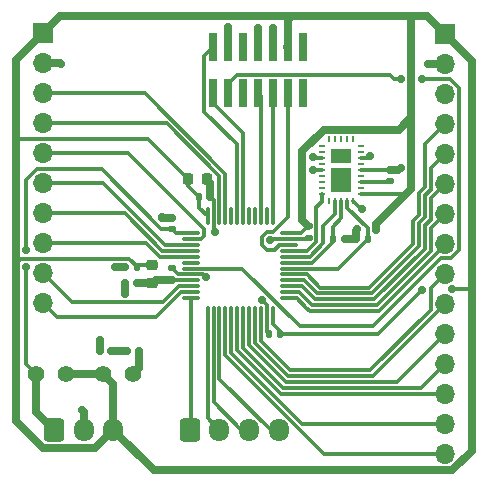
<source format=gbr>
%TF.GenerationSoftware,KiCad,Pcbnew,8.0.8*%
%TF.CreationDate,2025-02-15T23:34:00-05:00*%
%TF.ProjectId,SensorModuleBreakout,53656e73-6f72-44d6-9f64-756c65427265,rev?*%
%TF.SameCoordinates,Original*%
%TF.FileFunction,Copper,L1,Top*%
%TF.FilePolarity,Positive*%
%FSLAX46Y46*%
G04 Gerber Fmt 4.6, Leading zero omitted, Abs format (unit mm)*
G04 Created by KiCad (PCBNEW 8.0.8) date 2025-02-15 23:34:00*
%MOMM*%
%LPD*%
G01*
G04 APERTURE LIST*
G04 Aperture macros list*
%AMRoundRect*
0 Rectangle with rounded corners*
0 $1 Rounding radius*
0 $2 $3 $4 $5 $6 $7 $8 $9 X,Y pos of 4 corners*
0 Add a 4 corners polygon primitive as box body*
4,1,4,$2,$3,$4,$5,$6,$7,$8,$9,$2,$3,0*
0 Add four circle primitives for the rounded corners*
1,1,$1+$1,$2,$3*
1,1,$1+$1,$4,$5*
1,1,$1+$1,$6,$7*
1,1,$1+$1,$8,$9*
0 Add four rect primitives between the rounded corners*
20,1,$1+$1,$2,$3,$4,$5,0*
20,1,$1+$1,$4,$5,$6,$7,0*
20,1,$1+$1,$6,$7,$8,$9,0*
20,1,$1+$1,$8,$9,$2,$3,0*%
G04 Aperture macros list end*
%TA.AperFunction,ComponentPad*%
%ADD10R,1.700000X1.700000*%
%TD*%
%TA.AperFunction,ComponentPad*%
%ADD11O,1.700000X1.700000*%
%TD*%
%TA.AperFunction,SMDPad,CuDef*%
%ADD12RoundRect,0.075000X-0.662500X-0.075000X0.662500X-0.075000X0.662500X0.075000X-0.662500X0.075000X0*%
%TD*%
%TA.AperFunction,SMDPad,CuDef*%
%ADD13RoundRect,0.075000X-0.075000X-0.662500X0.075000X-0.662500X0.075000X0.662500X-0.075000X0.662500X0*%
%TD*%
%TA.AperFunction,SMDPad,CuDef*%
%ADD14RoundRect,0.147500X-0.147500X-0.172500X0.147500X-0.172500X0.147500X0.172500X-0.147500X0.172500X0*%
%TD*%
%TA.AperFunction,SMDPad,CuDef*%
%ADD15RoundRect,0.140000X-0.140000X-0.170000X0.140000X-0.170000X0.140000X0.170000X-0.140000X0.170000X0*%
%TD*%
%TA.AperFunction,SMDPad,CuDef*%
%ADD16RoundRect,0.140000X-0.170000X0.140000X-0.170000X-0.140000X0.170000X-0.140000X0.170000X0.140000X0*%
%TD*%
%TA.AperFunction,SMDPad,CuDef*%
%ADD17R,0.500000X0.200000*%
%TD*%
%TA.AperFunction,SMDPad,CuDef*%
%ADD18R,0.200000X0.500000*%
%TD*%
%TA.AperFunction,SMDPad,CuDef*%
%ADD19R,1.690000X2.050000*%
%TD*%
%TA.AperFunction,SMDPad,CuDef*%
%ADD20R,1.690000X1.190000*%
%TD*%
%TA.AperFunction,SMDPad,CuDef*%
%ADD21RoundRect,0.140000X0.170000X-0.140000X0.170000X0.140000X-0.170000X0.140000X-0.170000X-0.140000X0*%
%TD*%
%TA.AperFunction,SMDPad,CuDef*%
%ADD22RoundRect,0.218750X0.256250X-0.218750X0.256250X0.218750X-0.256250X0.218750X-0.256250X-0.218750X0*%
%TD*%
%TA.AperFunction,SMDPad,CuDef*%
%ADD23RoundRect,0.135000X-0.135000X-0.185000X0.135000X-0.185000X0.135000X0.185000X-0.135000X0.185000X0*%
%TD*%
%TA.AperFunction,SMDPad,CuDef*%
%ADD24RoundRect,0.140000X0.140000X0.170000X-0.140000X0.170000X-0.140000X-0.170000X0.140000X-0.170000X0*%
%TD*%
%TA.AperFunction,ComponentPad*%
%ADD25RoundRect,0.250000X-0.600000X-0.725000X0.600000X-0.725000X0.600000X0.725000X-0.600000X0.725000X0*%
%TD*%
%TA.AperFunction,ComponentPad*%
%ADD26O,1.700000X1.950000*%
%TD*%
%TA.AperFunction,SMDPad,CuDef*%
%ADD27RoundRect,0.225000X-0.225000X-0.250000X0.225000X-0.250000X0.225000X0.250000X-0.225000X0.250000X0*%
%TD*%
%TA.AperFunction,ComponentPad*%
%ADD28C,1.400000*%
%TD*%
%TA.AperFunction,SMDPad,CuDef*%
%ADD29RoundRect,0.135000X0.135000X0.185000X-0.135000X0.185000X-0.135000X-0.185000X0.135000X-0.185000X0*%
%TD*%
%TA.AperFunction,SMDPad,CuDef*%
%ADD30R,0.740000X2.400000*%
%TD*%
%TA.AperFunction,ViaPad*%
%ADD31C,0.700000*%
%TD*%
%TA.AperFunction,Conductor*%
%ADD32C,0.300000*%
%TD*%
%TA.AperFunction,Conductor*%
%ADD33C,0.700000*%
%TD*%
G04 APERTURE END LIST*
D10*
%TO.P,J5,1,Pin_1*%
%TO.N,+3V3*%
X120850000Y-63710000D03*
D11*
%TO.P,J5,2,Pin_2*%
%TO.N,GND*%
X120850000Y-66250000D03*
%TO.P,J5,3,Pin_3*%
%TO.N,unconnected-(J5-Pin_3-Pad3)*%
X120850000Y-68790000D03*
%TO.P,J5,4,Pin_4*%
%TO.N,PA8*%
X120850000Y-71330000D03*
%TO.P,J5,5,Pin_5*%
%TO.N,PB15*%
X120850000Y-73870000D03*
%TO.P,J5,6,Pin_6*%
%TO.N,PB14*%
X120850000Y-76410000D03*
%TO.P,J5,7,Pin_7*%
%TO.N,PB13*%
X120850000Y-78950000D03*
%TO.P,J5,8,Pin_8*%
%TO.N,PB12*%
X120850000Y-81490000D03*
%TO.P,J5,9,Pin_9*%
%TO.N,PB11*%
X120850000Y-84030000D03*
%TO.P,J5,10,Pin_10*%
%TO.N,PB10*%
X120850000Y-86570000D03*
%TO.P,J5,11,Pin_11*%
%TO.N,PB2*%
X120850000Y-89110000D03*
%TO.P,J5,12,Pin_12*%
%TO.N,PB1*%
X120850000Y-91650000D03*
%TO.P,J5,13,Pin_13*%
%TO.N,PB0*%
X120850000Y-94190000D03*
%TO.P,J5,14,Pin_14*%
%TO.N,PA7*%
X120850000Y-96730000D03*
%TO.P,J5,15,Pin_15*%
%TO.N,PA6*%
X120850000Y-99270000D03*
%TD*%
D12*
%TO.P,U1,1,VBAT*%
%TO.N,VBAT*%
X99337500Y-80590000D03*
%TO.P,U1,2,PC13*%
%TO.N,PC13*%
X99337500Y-81090000D03*
%TO.P,U1,3,PC14*%
%TO.N,PC14*%
X99337500Y-81590000D03*
%TO.P,U1,4,PC15*%
%TO.N,PC15*%
X99337500Y-82090000D03*
%TO.P,U1,5,PF0*%
%TO.N,PF0*%
X99337500Y-82590000D03*
%TO.P,U1,6,PF1*%
%TO.N,unconnected-(U1-PF1-Pad6)*%
X99337500Y-83090000D03*
%TO.P,U1,7,PF2*%
%TO.N,NRST*%
X99337500Y-83590000D03*
%TO.P,U1,8,VSSA*%
%TO.N,GND*%
X99337500Y-84090000D03*
%TO.P,U1,9,VDDA*%
%TO.N,+3V3A*%
X99337500Y-84590000D03*
%TO.P,U1,10,PA0*%
%TO.N,PA0*%
X99337500Y-85090000D03*
%TO.P,U1,11,PA1*%
%TO.N,PA1*%
X99337500Y-85590000D03*
%TO.P,U1,12,PA2*%
%TO.N,TX*%
X99337500Y-86090000D03*
D13*
%TO.P,U1,13,PA3*%
%TO.N,RX*%
X100750000Y-87502500D03*
%TO.P,U1,14,PA4*%
%TO.N,WKE*%
X101250000Y-87502500D03*
%TO.P,U1,15,PA5*%
%TO.N,RDY*%
X101750000Y-87502500D03*
%TO.P,U1,16,PA6*%
%TO.N,PA6*%
X102250000Y-87502500D03*
%TO.P,U1,17,PA7*%
%TO.N,PA7*%
X102750000Y-87502500D03*
%TO.P,U1,18,PB0*%
%TO.N,PB0*%
X103250000Y-87502500D03*
%TO.P,U1,19,PB1*%
%TO.N,PB1*%
X103750000Y-87502500D03*
%TO.P,U1,20,PB2*%
%TO.N,PB2*%
X104250000Y-87502500D03*
%TO.P,U1,21,PB10*%
%TO.N,PB10*%
X104750000Y-87502500D03*
%TO.P,U1,22,PB11*%
%TO.N,PB11*%
X105250000Y-87502500D03*
%TO.P,U1,23,VSS*%
%TO.N,GND*%
X105750000Y-87502500D03*
%TO.P,U1,24,VDD*%
%TO.N,+3V3*%
X106250000Y-87502500D03*
D12*
%TO.P,U1,25,PB12*%
%TO.N,PB12*%
X107662500Y-86090000D03*
%TO.P,U1,26,PB13*%
%TO.N,PB13*%
X107662500Y-85590000D03*
%TO.P,U1,27,PB14*%
%TO.N,PB14*%
X107662500Y-85090000D03*
%TO.P,U1,28,PB15*%
%TO.N,PB15*%
X107662500Y-84590000D03*
%TO.P,U1,29,PA8*%
%TO.N,PA8*%
X107662500Y-84090000D03*
%TO.P,U1,30,PA9*%
%TO.N,SCL*%
X107662500Y-83590000D03*
%TO.P,U1,31,PA10*%
%TO.N,SDA*%
X107662500Y-83090000D03*
%TO.P,U1,32,PA11*%
%TO.N,INT*%
X107662500Y-82590000D03*
%TO.P,U1,33,PA12*%
%TO.N,CS*%
X107662500Y-82090000D03*
%TO.P,U1,34,PA13*%
%TO.N,JTMS{slash}SWDIO*%
X107662500Y-81590000D03*
%TO.P,U1,35,VSS*%
%TO.N,GND*%
X107662500Y-81090000D03*
%TO.P,U1,36,VDD*%
%TO.N,+3V3*%
X107662500Y-80590000D03*
D13*
%TO.P,U1,37,PA14*%
%TO.N,JTCK_SWCLK*%
X106250000Y-79177500D03*
%TO.P,U1,38,PA15*%
%TO.N,unconnected-(U1-PA15-Pad38)*%
X105750000Y-79177500D03*
%TO.P,U1,39,PB3*%
%TO.N,JTDO{slash}SWO*%
X105250000Y-79177500D03*
%TO.P,U1,40,PB4*%
%TO.N,unconnected-(U1-PB4-Pad40)*%
X104750000Y-79177500D03*
%TO.P,U1,41,PB5*%
%TO.N,unconnected-(U1-PB5-Pad41)*%
X104250000Y-79177500D03*
%TO.P,U1,42,PB6*%
%TO.N,VCP_TX*%
X103750000Y-79177500D03*
%TO.P,U1,43,PB7*%
%TO.N,VCP_RX*%
X103250000Y-79177500D03*
%TO.P,U1,44,PF3*%
%TO.N,unconnected-(U1-PF3-Pad44)*%
X102750000Y-79177500D03*
%TO.P,U1,45,PB8*%
%TO.N,PB8*%
X102250000Y-79177500D03*
%TO.P,U1,46,PB9*%
%TO.N,PB9*%
X101750000Y-79177500D03*
%TO.P,U1,47,VSS*%
%TO.N,GND*%
X101250000Y-79177500D03*
%TO.P,U1,48,VDD*%
%TO.N,+3V3*%
X100750000Y-79177500D03*
%TD*%
D14*
%TO.P,D1,1,K*%
%TO.N,GND*%
X91632500Y-90550000D03*
%TO.P,D1,2,A*%
%TO.N,Net-(D1-A)*%
X92602500Y-90550000D03*
%TD*%
D15*
%TO.P,C2,1*%
%TO.N,+3V3*%
X100020000Y-77500000D03*
%TO.P,C2,2*%
%TO.N,GND*%
X100980000Y-77500000D03*
%TD*%
D16*
%TO.P,C3,1*%
%TO.N,+3V3*%
X109300000Y-80020000D03*
%TO.P,C3,2*%
%TO.N,GND*%
X109300000Y-80980000D03*
%TD*%
D17*
%TO.P,S1,1,VSUPPLY*%
%TO.N,+3V3*%
X113700000Y-77250000D03*
%TO.P,S1,2,NC_1*%
%TO.N,unconnected-(S1-NC_1-Pad2)*%
X113700000Y-76750000D03*
%TO.P,S1,3,CAP*%
%TO.N,Net-(S1-CAP)*%
X113700000Y-76250000D03*
%TO.P,S1,4,NC_2*%
%TO.N,unconnected-(S1-NC_2-Pad4)*%
X113700000Y-75750000D03*
%TO.P,S1,5,GND_1*%
%TO.N,GND*%
X113700000Y-75250000D03*
%TO.P,S1,6,NC_3*%
%TO.N,unconnected-(S1-NC_3-Pad6)*%
X113700000Y-74750000D03*
%TO.P,S1,7,GND_2*%
%TO.N,GND*%
X113700000Y-74250000D03*
%TO.P,S1,8,NC_4*%
%TO.N,unconnected-(S1-NC_4-Pad8)*%
X113700000Y-73750000D03*
%TO.P,S1,9,NC_5*%
%TO.N,unconnected-(S1-NC_5-Pad9)*%
X113700000Y-73250000D03*
D18*
%TO.P,S1,10,NC_6*%
%TO.N,unconnected-(S1-NC_6-Pad10)*%
X113055000Y-72625000D03*
%TO.P,S1,11,NC_7*%
%TO.N,unconnected-(S1-NC_7-Pad11)*%
X112555000Y-72625000D03*
%TO.P,S1,12,NC_8*%
%TO.N,unconnected-(S1-NC_8-Pad12)*%
X112055000Y-72625000D03*
%TO.P,S1,13,NC_9*%
%TO.N,unconnected-(S1-NC_9-Pad13)*%
X111555000Y-72625000D03*
%TO.P,S1,14,NC_10*%
%TO.N,unconnected-(S1-NC_10-Pad14)*%
X111055000Y-72625000D03*
D17*
%TO.P,S1,15,NC_11*%
%TO.N,unconnected-(S1-NC_11-Pad15)*%
X110410000Y-73250000D03*
%TO.P,S1,16,NC_12*%
%TO.N,unconnected-(S1-NC_12-Pad16)*%
X110410000Y-73750000D03*
%TO.P,S1,17,GND_3*%
%TO.N,GND*%
X110410000Y-74250000D03*
%TO.P,S1,18,NC_13*%
%TO.N,unconnected-(S1-NC_13-Pad18)*%
X110410000Y-74750000D03*
%TO.P,S1,19,GND_4*%
%TO.N,GND*%
X110410000Y-75250000D03*
%TO.P,S1,20,NC_14*%
%TO.N,unconnected-(S1-NC_14-Pad20)*%
X110410000Y-75750000D03*
%TO.P,S1,21,CLK*%
%TO.N,unconnected-(S1-CLK-Pad21)*%
X110410000Y-76250000D03*
%TO.P,S1,22,NC_15*%
%TO.N,unconnected-(S1-NC_15-Pad22)*%
X110410000Y-76750000D03*
%TO.P,S1,23,CS*%
%TO.N,CS*%
X110410000Y-77250000D03*
D18*
%TO.P,S1,24,SYNC*%
%TO.N,unconnected-(S1-SYNC-Pad24)*%
X111055000Y-77875000D03*
%TO.P,S1,25,INT*%
%TO.N,INT*%
X111555000Y-77875000D03*
%TO.P,S1,26,SDA*%
%TO.N,SDA*%
X112055000Y-77875000D03*
%TO.P,S1,27,SCL*%
%TO.N,SCL*%
X112555000Y-77875000D03*
%TO.P,S1,28,GND_5*%
%TO.N,GND*%
X113055000Y-77875000D03*
D19*
%TO.P,S1,29,GND_6*%
X112055000Y-76050000D03*
D20*
%TO.P,S1,30,GND_7*%
X112055000Y-74020000D03*
%TD*%
D21*
%TO.P,C5,1*%
%TO.N,+3V3A*%
X97700000Y-84530000D03*
%TO.P,C5,2*%
%TO.N,GND*%
X97700000Y-83570000D03*
%TD*%
D22*
%TO.P,FB1,1*%
%TO.N,+3V3A*%
X96050000Y-84837500D03*
%TO.P,FB1,2*%
%TO.N,+3V3*%
X96050000Y-83262500D03*
%TD*%
D23*
%TO.P,R3,1*%
%TO.N,Net-(D1-A)*%
X93940000Y-90600000D03*
%TO.P,R3,2*%
%TO.N,Net-(JP1-A)*%
X94960000Y-90600000D03*
%TD*%
D24*
%TO.P,C7,1*%
%TO.N,+3V3*%
X94730000Y-83450000D03*
%TO.P,C7,2*%
%TO.N,GND*%
X93770000Y-83450000D03*
%TD*%
D25*
%TO.P,J3,1,Pin_1*%
%TO.N,VBAT*%
X87750000Y-97250000D03*
D26*
%TO.P,J3,2,Pin_2*%
%TO.N,GND*%
X90250000Y-97250000D03*
%TO.P,J3,3,Pin_3*%
%TO.N,+3V3*%
X92750000Y-97250000D03*
%TD*%
D10*
%TO.P,J4,1,Pin_1*%
%TO.N,+3V3*%
X86800000Y-63675000D03*
D11*
%TO.P,J4,2,Pin_2*%
%TO.N,GND*%
X86800000Y-66215000D03*
%TO.P,J4,3,Pin_3*%
%TO.N,PB8*%
X86800000Y-68755000D03*
%TO.P,J4,4,Pin_4*%
%TO.N,PB9*%
X86800000Y-71295000D03*
%TO.P,J4,5,Pin_5*%
%TO.N,PC13*%
X86800000Y-73835000D03*
%TO.P,J4,6,Pin_6*%
%TO.N,PC14*%
X86800000Y-76375000D03*
%TO.P,J4,7,Pin_7*%
%TO.N,PC15*%
X86800000Y-78915000D03*
%TO.P,J4,8,Pin_8*%
%TO.N,PF0*%
X86800000Y-81455000D03*
%TO.P,J4,9,Pin_9*%
%TO.N,PA0*%
X86800000Y-83995000D03*
%TO.P,J4,10,Pin_10*%
%TO.N,PA1*%
X86800000Y-86535000D03*
%TD*%
D21*
%TO.P,C11,1*%
%TO.N,Net-(S1-CAP)*%
X116205000Y-76205000D03*
%TO.P,C11,2*%
%TO.N,GND*%
X116205000Y-75245000D03*
%TD*%
D25*
%TO.P,J1,1,Pin_1*%
%TO.N,TX*%
X99250000Y-97250000D03*
D26*
%TO.P,J1,2,Pin_2*%
%TO.N,RX*%
X101750000Y-97250000D03*
%TO.P,J1,3,Pin_3*%
%TO.N,WKE*%
X104250000Y-97250000D03*
%TO.P,J1,4,Pin_4*%
%TO.N,RDY*%
X106750000Y-97250000D03*
%TD*%
D21*
%TO.P,C8,1*%
%TO.N,VBAT*%
X97750000Y-80230000D03*
%TO.P,C8,2*%
%TO.N,GND*%
X97750000Y-79270000D03*
%TD*%
D23*
%TO.P,R1,1*%
%TO.N,+3V3*%
X113290000Y-81050000D03*
%TO.P,R1,2*%
%TO.N,SCL*%
X114310000Y-81050000D03*
%TD*%
D27*
%TO.P,C1,1*%
%TO.N,+3V3*%
X99125000Y-76000000D03*
%TO.P,C1,2*%
%TO.N,GND*%
X100675000Y-76000000D03*
%TD*%
D28*
%TO.P,JP2,1,A*%
%TO.N,+3V3*%
X88750000Y-92500000D03*
%TO.P,JP2,2,B*%
%TO.N,VBAT*%
X86210000Y-92500000D03*
%TD*%
%TO.P,JP1,1,A*%
%TO.N,Net-(JP1-A)*%
X94450000Y-92500000D03*
%TO.P,JP1,2,B*%
%TO.N,+3V3*%
X91910000Y-92500000D03*
%TD*%
D29*
%TO.P,R2,1*%
%TO.N,+3V3*%
X112370000Y-81050000D03*
%TO.P,R2,2*%
%TO.N,SDA*%
X111350000Y-81050000D03*
%TD*%
D24*
%TO.P,C6,1*%
%TO.N,+3V3A*%
X94730000Y-84800000D03*
%TO.P,C6,2*%
%TO.N,GND*%
X93770000Y-84800000D03*
%TD*%
D30*
%TO.P,J2,1,NC*%
%TO.N,unconnected-(J2-NC-Pad1)*%
X108810000Y-64850000D03*
%TO.P,J2,2,NC*%
%TO.N,unconnected-(J2-NC-Pad2)*%
X108810000Y-68750000D03*
%TO.P,J2,3,VCC*%
%TO.N,+3V3*%
X107540000Y-64850000D03*
%TO.P,J2,4,JTMS/SWDIO*%
%TO.N,JTMS{slash}SWDIO*%
X107540000Y-68750000D03*
%TO.P,J2,5,GND*%
%TO.N,GND*%
X106270000Y-64850000D03*
%TO.P,J2,6,JCLK/SWCLK*%
%TO.N,JTCK_SWCLK*%
X106270000Y-68750000D03*
%TO.P,J2,7,GND*%
%TO.N,GND*%
X105000000Y-64850000D03*
%TO.P,J2,8,JTDO/SWO*%
%TO.N,JTDO{slash}SWO*%
X105000000Y-68750000D03*
%TO.P,J2,9,JRCLK/NC*%
%TO.N,unconnected-(J2-JRCLK{slash}NC-Pad9)*%
X103730000Y-64850000D03*
%TO.P,J2,10,JTDI/NC*%
%TO.N,unconnected-(J2-JTDI{slash}NC-Pad10)*%
X103730000Y-68750000D03*
%TO.P,J2,11,GNDDetect*%
%TO.N,GND*%
X102460000Y-64850000D03*
%TO.P,J2,12,~{RST}*%
%TO.N,NRST*%
X102460000Y-68750000D03*
%TO.P,J2,13,VCP_RX*%
%TO.N,VCP_RX*%
X101190000Y-64850000D03*
%TO.P,J2,14,VCP_TX*%
%TO.N,VCP_TX*%
X101190000Y-68750000D03*
%TD*%
D24*
%TO.P,C4,1*%
%TO.N,+3V3*%
X106880000Y-89100000D03*
%TO.P,C4,2*%
%TO.N,GND*%
X105920000Y-89100000D03*
%TD*%
D31*
%TO.N,+3V3*%
X113420025Y-80279975D03*
X115010000Y-80300000D03*
X121439154Y-85300002D03*
X118900000Y-85400000D03*
%TO.N,GND*%
X109650000Y-74150000D03*
X105313171Y-86215000D03*
X90100000Y-95600000D03*
X105000000Y-63250000D03*
X102450000Y-63100000D03*
X112050000Y-76050000D03*
X113850000Y-78550000D03*
X88300000Y-66250000D03*
X96850000Y-79250000D03*
X112050000Y-74000000D03*
X93750000Y-85750000D03*
X117100000Y-75050000D03*
X109650000Y-75250000D03*
X100584639Y-84289999D03*
X91650000Y-89600000D03*
X92900000Y-83500000D03*
X106300000Y-63200000D03*
X114500000Y-74050000D03*
X119400000Y-66300000D03*
X106050000Y-81200000D03*
X101400000Y-80500000D03*
%TO.N,VBAT*%
X85400000Y-83450000D03*
X85400000Y-82050000D03*
%TO.N,NRST*%
X117100000Y-67500000D03*
X118900000Y-67500000D03*
%TD*%
D32*
%TO.N,+3V3*%
X106250000Y-87502500D02*
X106250000Y-88250000D01*
D33*
X123100000Y-66000000D02*
X123100000Y-85400000D01*
D32*
X108683154Y-80590000D02*
X109253154Y-80020000D01*
D33*
X119340000Y-62200000D02*
X117800000Y-62200000D01*
D32*
X94917500Y-83262500D02*
X94730000Y-83450000D01*
D33*
X107500000Y-64810000D02*
X107540000Y-64850000D01*
D32*
X100020000Y-78447500D02*
X100020000Y-77500000D01*
X96050000Y-83262500D02*
X94917500Y-83262500D01*
X106250000Y-88250000D02*
X106880000Y-88880000D01*
X99125000Y-76605000D02*
X100020000Y-77500000D01*
D33*
X116925000Y-71825000D02*
X118000000Y-70750000D01*
D32*
X114790050Y-89100000D02*
X115200000Y-89100000D01*
D33*
X120850000Y-63750000D02*
X123100000Y-66000000D01*
X123100000Y-85400000D02*
X123100000Y-98999899D01*
D32*
X100750000Y-79177500D02*
X100020000Y-78447500D01*
X106880000Y-88880000D02*
X106880000Y-89100000D01*
X94076846Y-82750000D02*
X84950000Y-82750000D01*
D33*
X91225000Y-98775000D02*
X86811702Y-98775000D01*
D32*
X123000002Y-85300002D02*
X123100000Y-85400000D01*
D33*
X92750000Y-97250000D02*
X91225000Y-98775000D01*
X85182500Y-65292500D02*
X85157500Y-65292500D01*
D32*
X94730000Y-83450000D02*
X94730000Y-83403154D01*
D33*
X110600000Y-71825000D02*
X108750000Y-73675000D01*
X113290000Y-80410000D02*
X113420025Y-80279975D01*
X120850000Y-63710000D02*
X120850000Y-63750000D01*
X118000000Y-70750000D02*
X118000000Y-62400000D01*
X118000000Y-76855838D02*
X118000000Y-70750000D01*
X119340000Y-62200000D02*
X120850000Y-63710000D01*
X96170000Y-100670000D02*
X92750000Y-97250000D01*
X107540000Y-62560000D02*
X107540000Y-64850000D01*
X108750000Y-79510000D02*
X109260000Y-80020000D01*
D32*
X95735000Y-72610000D02*
X84790000Y-72610000D01*
X84950000Y-82750000D02*
X84500000Y-83200000D01*
D33*
X121429899Y-100670000D02*
X96170000Y-100670000D01*
X91850000Y-92560000D02*
X91910000Y-92500000D01*
D32*
X107662500Y-80590000D02*
X108683154Y-80590000D01*
D33*
X92750000Y-93340000D02*
X92750000Y-97250000D01*
X118000000Y-62400000D02*
X117800000Y-62200000D01*
X108750000Y-73675000D02*
X108750000Y-79510000D01*
X86800000Y-63675000D02*
X88275000Y-62200000D01*
X115010000Y-79845838D02*
X118000000Y-76855838D01*
X110600000Y-62200000D02*
X107900000Y-62200000D01*
X112370000Y-81050000D02*
X113290000Y-81050000D01*
X113290000Y-81050000D02*
X113290000Y-80410000D01*
D32*
X117605838Y-77250000D02*
X118000000Y-76855838D01*
X106880000Y-89100000D02*
X114082943Y-89100000D01*
D33*
X115010000Y-80300000D02*
X115010000Y-79845838D01*
D32*
X99125000Y-76000000D02*
X95735000Y-72610000D01*
X99125000Y-76000000D02*
X99125000Y-76605000D01*
D33*
X85157500Y-65292500D02*
X84500000Y-65950000D01*
X84500000Y-72900000D02*
X84500000Y-83200000D01*
X86800000Y-63675000D02*
X85182500Y-65292500D01*
D32*
X94730000Y-83403154D02*
X94076846Y-82750000D01*
X113700000Y-77250000D02*
X117605838Y-77250000D01*
D33*
X117800000Y-62200000D02*
X110600000Y-62200000D01*
D32*
X109253154Y-80020000D02*
X109300000Y-80020000D01*
D33*
X110600000Y-71825000D02*
X116925000Y-71825000D01*
D32*
X115200000Y-89100000D02*
X118900000Y-85400000D01*
D33*
X107900000Y-62200000D02*
X107540000Y-62560000D01*
X123100000Y-98999899D02*
X121429899Y-100670000D01*
D32*
X84790000Y-72610000D02*
X84500000Y-72900000D01*
X114082943Y-89100000D02*
X114790050Y-89100000D01*
X121439154Y-85300002D02*
X123000002Y-85300002D01*
D33*
X88275000Y-62200000D02*
X107900000Y-62200000D01*
X91910000Y-92500000D02*
X88750000Y-92500000D01*
X92750000Y-93340000D02*
X91910000Y-92500000D01*
X86811702Y-98775000D02*
X84500000Y-96463298D01*
X84500000Y-65950000D02*
X84500000Y-72900000D01*
X84500000Y-96463298D02*
X84500000Y-83200000D01*
%TO.N,GND*%
X93770000Y-85730000D02*
X93750000Y-85750000D01*
D32*
X113850000Y-78550000D02*
X113730000Y-78550000D01*
X99337500Y-84090000D02*
X100384640Y-84090000D01*
D33*
X90250000Y-97250000D02*
X90250000Y-95750000D01*
X93770000Y-84800000D02*
X93770000Y-85730000D01*
D32*
X97746846Y-83570000D02*
X98266846Y-84090000D01*
X105750000Y-88930000D02*
X105920000Y-89100000D01*
D33*
X106270000Y-63230000D02*
X106300000Y-63200000D01*
X112055000Y-74005000D02*
X112050000Y-74000000D01*
X96870000Y-79270000D02*
X96850000Y-79250000D01*
D32*
X106160000Y-81090000D02*
X106050000Y-81200000D01*
D33*
X105000000Y-64850000D02*
X105000000Y-63250000D01*
D32*
X113700000Y-74250000D02*
X114300000Y-74250000D01*
X114300000Y-74250000D02*
X114500000Y-74050000D01*
D33*
X120850000Y-66250000D02*
X119450000Y-66250000D01*
X112055000Y-76050000D02*
X112050000Y-76050000D01*
X100980000Y-76305000D02*
X100980000Y-77500000D01*
X88265000Y-66215000D02*
X88300000Y-66250000D01*
D32*
X109750000Y-74250000D02*
X109650000Y-74150000D01*
X107662500Y-81090000D02*
X106160000Y-81090000D01*
X98266846Y-84090000D02*
X99337500Y-84090000D01*
X105750000Y-87502500D02*
X105750000Y-88930000D01*
X112055000Y-74395000D02*
X112050000Y-74400000D01*
X110410000Y-74250000D02*
X109750000Y-74250000D01*
D33*
X106270000Y-64850000D02*
X106270000Y-63230000D01*
D32*
X105750000Y-86651829D02*
X105313171Y-86215000D01*
D33*
X90250000Y-95750000D02*
X90100000Y-95600000D01*
X92950000Y-83450000D02*
X92900000Y-83500000D01*
D32*
X105750000Y-87502500D02*
X105750000Y-86651829D01*
X113705000Y-75245000D02*
X113700000Y-75250000D01*
X100980000Y-77500000D02*
X101250000Y-77770000D01*
X113730000Y-78550000D02*
X113055000Y-77875000D01*
X112055000Y-76445000D02*
X112050000Y-76450000D01*
X101250000Y-77770000D02*
X101250000Y-79177500D01*
D33*
X91632500Y-90550000D02*
X91632500Y-89617500D01*
X119450000Y-66250000D02*
X119400000Y-66300000D01*
D32*
X100384640Y-84090000D02*
X100584639Y-84289999D01*
X116205000Y-75245000D02*
X113705000Y-75245000D01*
X109190000Y-81090000D02*
X109300000Y-80980000D01*
D33*
X91632500Y-89617500D02*
X91650000Y-89600000D01*
X97750000Y-79270000D02*
X96870000Y-79270000D01*
D32*
X97700000Y-83570000D02*
X97746846Y-83570000D01*
D33*
X86800000Y-66215000D02*
X88265000Y-66215000D01*
X100675000Y-76000000D02*
X100980000Y-76305000D01*
D32*
X107662500Y-81090000D02*
X109190000Y-81090000D01*
D33*
X112055000Y-74020000D02*
X112055000Y-74005000D01*
X102460000Y-63110000D02*
X102450000Y-63100000D01*
D32*
X101250000Y-80350000D02*
X101400000Y-80500000D01*
X101250000Y-79177500D02*
X101250000Y-80350000D01*
D33*
X116905000Y-75245000D02*
X117100000Y-75050000D01*
X116205000Y-75245000D02*
X116905000Y-75245000D01*
X93770000Y-83450000D02*
X92950000Y-83450000D01*
X102460000Y-64850000D02*
X102460000Y-63110000D01*
D32*
X110410000Y-75250000D02*
X109650000Y-75250000D01*
%TO.N,VBAT*%
X96840050Y-80230000D02*
X91785050Y-75175000D01*
X85400000Y-76077943D02*
X85400000Y-82050000D01*
D33*
X86210000Y-95710000D02*
X86210000Y-92500000D01*
D32*
X85400000Y-91690000D02*
X86210000Y-92500000D01*
D33*
X87750000Y-97250000D02*
X86210000Y-95710000D01*
D32*
X99337500Y-80590000D02*
X98110000Y-80590000D01*
X85510000Y-81940000D02*
X85400000Y-82050000D01*
X98110000Y-80590000D02*
X97750000Y-80230000D01*
X86302943Y-75175000D02*
X85400000Y-76077943D01*
X85400000Y-83450000D02*
X85400000Y-91690000D01*
X91785050Y-75175000D02*
X86302943Y-75175000D01*
X97750000Y-80230000D02*
X96840050Y-80230000D01*
%TO.N,+3V3A*%
X97760000Y-84590000D02*
X97700000Y-84530000D01*
X99337500Y-84590000D02*
X97760000Y-84590000D01*
D33*
X96357500Y-84530000D02*
X96050000Y-84837500D01*
X96012500Y-84800000D02*
X96050000Y-84837500D01*
X97700000Y-84530000D02*
X96357500Y-84530000D01*
X94730000Y-84800000D02*
X96012500Y-84800000D01*
D32*
%TO.N,Net-(S1-CAP)*%
X116160000Y-76250000D02*
X116205000Y-76205000D01*
X113700000Y-76250000D02*
X116160000Y-76250000D01*
D33*
%TO.N,Net-(D1-A)*%
X92652500Y-90600000D02*
X92602500Y-90550000D01*
X93940000Y-90600000D02*
X92652500Y-90600000D01*
D32*
%TO.N,TX*%
X99337500Y-86090000D02*
X99337500Y-97162500D01*
X99337500Y-97162500D02*
X99250000Y-97250000D01*
%TO.N,RX*%
X100750000Y-96250000D02*
X101750000Y-97250000D01*
X100750000Y-87502500D02*
X100750000Y-96250000D01*
%TO.N,WKE*%
X101250000Y-87502500D02*
X101250000Y-94927944D01*
X103572056Y-97250000D02*
X104250000Y-97250000D01*
X101250000Y-94927944D02*
X103572056Y-97250000D01*
%TO.N,RDY*%
X106072056Y-97250000D02*
X106750000Y-97250000D01*
X101750000Y-92927944D02*
X106072056Y-97250000D01*
X101750000Y-87502500D02*
X101750000Y-92927944D01*
%TO.N,VCP_TX*%
X101190000Y-69580000D02*
X101190000Y-68750000D01*
X103750000Y-79177500D02*
X103750000Y-72140000D01*
X103750000Y-72140000D02*
X101190000Y-69580000D01*
%TO.N,JTDO{slash}SWO*%
X105250000Y-69000000D02*
X105000000Y-68750000D01*
X105250000Y-79177500D02*
X105250000Y-69000000D01*
%TO.N,JTCK_SWCLK*%
X106270000Y-79157500D02*
X106250000Y-79177500D01*
X106270000Y-68750000D02*
X106270000Y-79157500D01*
%TO.N,JTMS{slash}SWDIO*%
X105350000Y-81600000D02*
X105750000Y-82000000D01*
X105350000Y-80900000D02*
X105350000Y-81600000D01*
X106411880Y-82000000D02*
X106821880Y-81590000D01*
X107540000Y-79228120D02*
X106268120Y-80500000D01*
X106268120Y-80500000D02*
X105750000Y-80500000D01*
X105750000Y-80500000D02*
X105350000Y-80900000D01*
X105750000Y-82000000D02*
X106411880Y-82000000D01*
X107540000Y-68750000D02*
X107540000Y-79228120D01*
X106821880Y-81590000D02*
X107662500Y-81590000D01*
%TO.N,NRST*%
X121347057Y-82690000D02*
X122050000Y-81987057D01*
X108538120Y-88450000D02*
X114732943Y-88450000D01*
X102460000Y-68750000D02*
X102460000Y-67750000D01*
X122050000Y-68292943D02*
X121257057Y-67500000D01*
X120492943Y-82690000D02*
X121347057Y-82690000D01*
X103210000Y-67200000D02*
X102460000Y-67950000D01*
X99337500Y-83590000D02*
X103678120Y-83590000D01*
X121257057Y-67500000D02*
X118900000Y-67500000D01*
X114732943Y-88450000D02*
X120492943Y-82690000D01*
X117100000Y-67500000D02*
X116500000Y-67500000D01*
X122050000Y-81987057D02*
X122050000Y-68292943D01*
X103678120Y-83590000D02*
X108538120Y-88450000D01*
X102460000Y-67950000D02*
X102460000Y-68750000D01*
X116200000Y-67200000D02*
X108500000Y-67200000D01*
X102460000Y-67920000D02*
X102460000Y-68750000D01*
X116500000Y-67500000D02*
X116200000Y-67200000D01*
X108500000Y-67200000D02*
X103210000Y-67200000D01*
%TO.N,VCP_RX*%
X103250000Y-73080000D02*
X100470000Y-70300000D01*
X103250000Y-79177500D02*
X103250000Y-73080000D01*
X100470000Y-70300000D02*
X100470000Y-65570000D01*
X100470000Y-65570000D02*
X101190000Y-64850000D01*
D33*
%TO.N,Net-(JP1-A)*%
X94960000Y-91990000D02*
X94960000Y-90600000D01*
X94450000Y-92500000D02*
X94960000Y-91990000D01*
D32*
%TO.N,SCL*%
X112555000Y-78425000D02*
X114310000Y-80180000D01*
X114310000Y-81050000D02*
X111770000Y-83590000D01*
X112555000Y-77875000D02*
X112555000Y-78425000D01*
X114310000Y-80180000D02*
X114310000Y-81050000D01*
X111770000Y-83590000D02*
X107662500Y-83590000D01*
%TO.N,SDA*%
X107662500Y-83090000D02*
X109611058Y-83090000D01*
X111350000Y-80050000D02*
X112055000Y-79345000D01*
X111350000Y-81351058D02*
X111350000Y-81050000D01*
X111350000Y-81050000D02*
X111350000Y-80050000D01*
X109611058Y-83090000D02*
X111350000Y-81351058D01*
X112055000Y-79345000D02*
X112055000Y-77875000D01*
%TO.N,INT*%
X110550000Y-81443952D02*
X110550000Y-79950000D01*
X107662500Y-82590000D02*
X109403952Y-82590000D01*
X109403952Y-82590000D02*
X110550000Y-81443952D01*
X110550000Y-79950000D02*
X111555000Y-78945000D01*
X111555000Y-78945000D02*
X111555000Y-77875000D01*
%TO.N,CS*%
X109960000Y-81326846D02*
X109960000Y-78390000D01*
X109960000Y-78390000D02*
X110410000Y-77940000D01*
X107662500Y-82090000D02*
X109196846Y-82090000D01*
X109196846Y-82090000D02*
X109960000Y-81326846D01*
X110410000Y-77940000D02*
X110410000Y-77250000D01*
%TO.N,PA7*%
X108759162Y-96730000D02*
X120850000Y-96730000D01*
X102750000Y-90720838D02*
X108759162Y-96730000D01*
X102750000Y-87502500D02*
X102750000Y-90720838D01*
%TO.N,PB0*%
X103250000Y-87502500D02*
X103250000Y-90513732D01*
X103250000Y-90513732D02*
X106926268Y-94190000D01*
X106926268Y-94190000D02*
X120850000Y-94190000D01*
%TO.N,PB2*%
X104250000Y-87502500D02*
X104250000Y-90099520D01*
X107340480Y-93190000D02*
X116770000Y-93190000D01*
X104250000Y-90099520D02*
X107340480Y-93190000D01*
X116770000Y-93190000D02*
X120850000Y-89110000D01*
%TO.N,PB10*%
X114730000Y-92690000D02*
X120850000Y-86570000D01*
X104750000Y-89892414D02*
X107547586Y-92690000D01*
X107547586Y-92690000D02*
X114730000Y-92690000D01*
X104750000Y-87502500D02*
X104750000Y-89892414D01*
%TO.N,PB1*%
X118810000Y-93690000D02*
X120850000Y-91650000D01*
X103750000Y-87502500D02*
X103750000Y-90306626D01*
X107133374Y-93690000D02*
X118810000Y-93690000D01*
X103750000Y-90306626D02*
X107133374Y-93690000D01*
%TO.N,PA6*%
X102250000Y-87502500D02*
X102250000Y-90927944D01*
X102250000Y-90927944D02*
X110592056Y-99270000D01*
X110592056Y-99270000D02*
X120850000Y-99270000D01*
%TO.N,PB11*%
X105250000Y-89685308D02*
X107754692Y-92190000D01*
X119650000Y-87062894D02*
X119650000Y-85230000D01*
X107754692Y-92190000D02*
X114522894Y-92190000D01*
X119650000Y-85230000D02*
X120850000Y-84030000D01*
X105250000Y-87502500D02*
X105250000Y-89685308D01*
X114522894Y-92190000D02*
X119650000Y-87062894D01*
%TO.N,PB15*%
X108917333Y-84590000D02*
X110027333Y-85700000D01*
X118650000Y-79735786D02*
X119150000Y-79235786D01*
X119650000Y-76902894D02*
X119650000Y-75070000D01*
X114654519Y-85700000D02*
X118650000Y-81704519D01*
X110027333Y-85700000D02*
X114654519Y-85700000D01*
X119650000Y-75070000D02*
X120850000Y-73870000D01*
X107662500Y-84590000D02*
X108917333Y-84590000D01*
X119150000Y-77402894D02*
X119650000Y-76902894D01*
X119150000Y-79235786D02*
X119150000Y-77402894D01*
X118650000Y-81704519D02*
X118650000Y-79735786D01*
%TO.N,PB13*%
X107662500Y-85590000D02*
X108503120Y-85590000D01*
X109613120Y-86700000D02*
X115068731Y-86700000D01*
X119650000Y-82118731D02*
X119650000Y-80150000D01*
X108503120Y-85590000D02*
X109613120Y-86700000D01*
X115068731Y-86700000D02*
X119650000Y-82118731D01*
X119650000Y-80150000D02*
X120850000Y-78950000D01*
%TO.N,PB14*%
X109820226Y-86200000D02*
X114861625Y-86200000D01*
X108710226Y-85090000D02*
X109820226Y-86200000D01*
X119150000Y-79942893D02*
X119650000Y-79442893D01*
X107662500Y-85090000D02*
X108710226Y-85090000D01*
X119650000Y-77610000D02*
X120850000Y-76410000D01*
X119150000Y-81911625D02*
X119150000Y-79942893D01*
X119650000Y-79442893D02*
X119650000Y-77610000D01*
X114861625Y-86200000D02*
X119150000Y-81911625D01*
%TO.N,PB12*%
X109406013Y-87200000D02*
X115275837Y-87200000D01*
X107662500Y-86090000D02*
X108296014Y-86090000D01*
X109113120Y-86907107D02*
X109406013Y-87200000D01*
X108296014Y-86090000D02*
X109113120Y-86907107D01*
X120850000Y-81625837D02*
X120850000Y-81490000D01*
X115275837Y-87200000D02*
X120850000Y-81625837D01*
%TO.N,PA8*%
X109124439Y-84090000D02*
X110234439Y-85200000D01*
X110234439Y-85200000D02*
X114447413Y-85200000D01*
X119150000Y-76695788D02*
X119150000Y-73030000D01*
X118150000Y-81497413D02*
X118150000Y-79528679D01*
X118650000Y-77195788D02*
X119150000Y-76695788D01*
X107662500Y-84090000D02*
X109124439Y-84090000D01*
X114447413Y-85200000D02*
X118150000Y-81497413D01*
X118650000Y-79028679D02*
X118650000Y-77195788D01*
X119150000Y-73030000D02*
X120850000Y-71330000D01*
X118150000Y-79528679D02*
X118650000Y-79028679D01*
%TO.N,PB9*%
X101750000Y-75780592D02*
X97264408Y-71295000D01*
X101750000Y-79177500D02*
X101750000Y-75780592D01*
X97264408Y-71295000D02*
X86800000Y-71295000D01*
%TO.N,PB8*%
X102250000Y-75573486D02*
X95431514Y-68755000D01*
X95431514Y-68755000D02*
X86800000Y-68755000D01*
X102250000Y-79177500D02*
X102250000Y-75573486D01*
%TO.N,PA1*%
X96386880Y-87700000D02*
X87965000Y-87700000D01*
X99337500Y-85590000D02*
X98496880Y-85590000D01*
X98496880Y-85590000D02*
X96386880Y-87700000D01*
X87965000Y-87700000D02*
X86800000Y-86535000D01*
%TO.N,PC15*%
X99337500Y-82090000D02*
X96897106Y-82090000D01*
X96897106Y-82090000D02*
X93722106Y-78915000D01*
X93722106Y-78915000D02*
X86800000Y-78915000D01*
%TO.N,PF0*%
X99337500Y-82590000D02*
X96690000Y-82590000D01*
X96690000Y-82590000D02*
X95555000Y-81455000D01*
X95555000Y-81455000D02*
X86800000Y-81455000D01*
%TO.N,PC14*%
X91889212Y-76375000D02*
X86800000Y-76375000D01*
X99337500Y-81590000D02*
X97104212Y-81590000D01*
X97104212Y-81590000D02*
X91889212Y-76375000D01*
%TO.N,PA0*%
X89255000Y-86450000D02*
X86800000Y-83995000D01*
X99337500Y-85090000D02*
X98289774Y-85090000D01*
X98289774Y-85090000D02*
X96929774Y-86450000D01*
X96929774Y-86450000D02*
X89255000Y-86450000D01*
%TO.N,PC13*%
X100425000Y-80843120D02*
X100425000Y-80225000D01*
X100178120Y-81090000D02*
X100425000Y-80843120D01*
X94035000Y-73835000D02*
X86800000Y-73835000D01*
X100425000Y-80225000D02*
X94035000Y-73835000D01*
X99337500Y-81090000D02*
X100178120Y-81090000D01*
%TD*%
M02*

</source>
